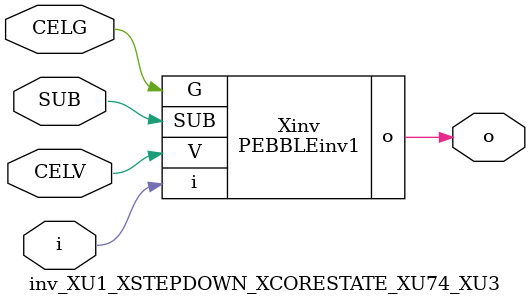
<source format=v>



module PEBBLEinv1 ( o, G, SUB, V, i );

  input V;
  input i;
  input G;
  output o;
  input SUB;
endmodule

//Celera Confidential Do Not Copy inv_XU1_XSTEPDOWN_XCORESTATE_XU74_XU3
//Celera Confidential Symbol Generator
//5V Inverter
module inv_XU1_XSTEPDOWN_XCORESTATE_XU74_XU3 (CELV,CELG,i,o,SUB);
input CELV;
input CELG;
input i;
input SUB;
output o;

//Celera Confidential Do Not Copy inv
PEBBLEinv1 Xinv(
.V (CELV),
.i (i),
.o (o),
.SUB (SUB),
.G (CELG)
);
//,diesize,PEBBLEinv1

//Celera Confidential Do Not Copy Module End
//Celera Schematic Generator
endmodule

</source>
